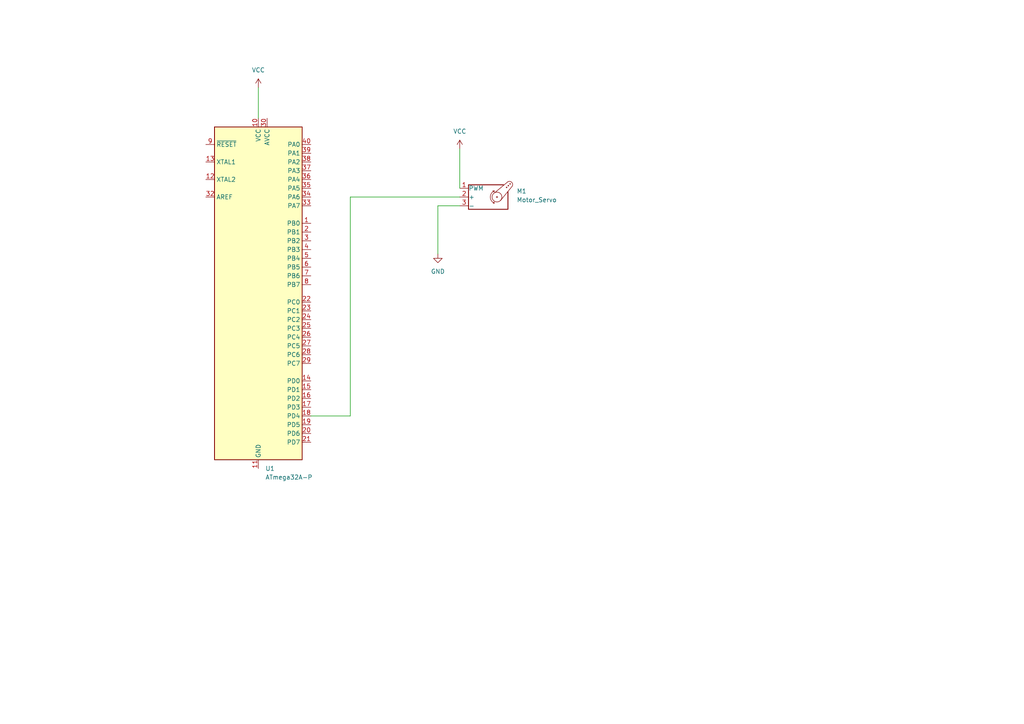
<source format=kicad_sch>
(kicad_sch (version 20211123) (generator eeschema)

  (uuid 27e823ef-7230-498d-a60e-d4fd981faae7)

  (paper "A4")

  (lib_symbols
    (symbol "MCU_Microchip_ATmega:ATmega32A-P" (in_bom yes) (on_board yes)
      (property "Reference" "U" (id 0) (at -12.7 49.53 0)
        (effects (font (size 1.27 1.27)) (justify left bottom))
      )
      (property "Value" "ATmega32A-P" (id 1) (at 2.54 -49.53 0)
        (effects (font (size 1.27 1.27)) (justify left top))
      )
      (property "Footprint" "Package_DIP:DIP-40_W15.24mm" (id 2) (at 0 0 0)
        (effects (font (size 1.27 1.27) italic) hide)
      )
      (property "Datasheet" "http://ww1.microchip.com/downloads/en/DeviceDoc/atmel-8155-8-bit-microcontroller-avr-atmega32a_datasheet.pdf" (id 3) (at 0 0 0)
        (effects (font (size 1.27 1.27)) hide)
      )
      (property "ki_keywords" "AVR 8bit Microcontroller MegaAVR" (id 4) (at 0 0 0)
        (effects (font (size 1.27 1.27)) hide)
      )
      (property "ki_description" "16MHz, 32kB Flash, 2kB SRAM, 1kB EEPROM, JTAG, DIP-40" (id 5) (at 0 0 0)
        (effects (font (size 1.27 1.27)) hide)
      )
      (property "ki_fp_filters" "DIP*W15.24mm*" (id 6) (at 0 0 0)
        (effects (font (size 1.27 1.27)) hide)
      )
      (symbol "ATmega32A-P_0_1"
        (rectangle (start -12.7 -48.26) (end 12.7 48.26)
          (stroke (width 0.254) (type default) (color 0 0 0 0))
          (fill (type background))
        )
      )
      (symbol "ATmega32A-P_1_1"
        (pin bidirectional line (at 15.24 20.32 180) (length 2.54)
          (name "PB0" (effects (font (size 1.27 1.27))))
          (number "1" (effects (font (size 1.27 1.27))))
        )
        (pin power_in line (at 0 50.8 270) (length 2.54)
          (name "VCC" (effects (font (size 1.27 1.27))))
          (number "10" (effects (font (size 1.27 1.27))))
        )
        (pin power_in line (at 0 -50.8 90) (length 2.54)
          (name "GND" (effects (font (size 1.27 1.27))))
          (number "11" (effects (font (size 1.27 1.27))))
        )
        (pin output line (at -15.24 33.02 0) (length 2.54)
          (name "XTAL2" (effects (font (size 1.27 1.27))))
          (number "12" (effects (font (size 1.27 1.27))))
        )
        (pin input line (at -15.24 38.1 0) (length 2.54)
          (name "XTAL1" (effects (font (size 1.27 1.27))))
          (number "13" (effects (font (size 1.27 1.27))))
        )
        (pin bidirectional line (at 15.24 -25.4 180) (length 2.54)
          (name "PD0" (effects (font (size 1.27 1.27))))
          (number "14" (effects (font (size 1.27 1.27))))
        )
        (pin bidirectional line (at 15.24 -27.94 180) (length 2.54)
          (name "PD1" (effects (font (size 1.27 1.27))))
          (number "15" (effects (font (size 1.27 1.27))))
        )
        (pin bidirectional line (at 15.24 -30.48 180) (length 2.54)
          (name "PD2" (effects (font (size 1.27 1.27))))
          (number "16" (effects (font (size 1.27 1.27))))
        )
        (pin bidirectional line (at 15.24 -33.02 180) (length 2.54)
          (name "PD3" (effects (font (size 1.27 1.27))))
          (number "17" (effects (font (size 1.27 1.27))))
        )
        (pin bidirectional line (at 15.24 -35.56 180) (length 2.54)
          (name "PD4" (effects (font (size 1.27 1.27))))
          (number "18" (effects (font (size 1.27 1.27))))
        )
        (pin bidirectional line (at 15.24 -38.1 180) (length 2.54)
          (name "PD5" (effects (font (size 1.27 1.27))))
          (number "19" (effects (font (size 1.27 1.27))))
        )
        (pin bidirectional line (at 15.24 17.78 180) (length 2.54)
          (name "PB1" (effects (font (size 1.27 1.27))))
          (number "2" (effects (font (size 1.27 1.27))))
        )
        (pin bidirectional line (at 15.24 -40.64 180) (length 2.54)
          (name "PD6" (effects (font (size 1.27 1.27))))
          (number "20" (effects (font (size 1.27 1.27))))
        )
        (pin bidirectional line (at 15.24 -43.18 180) (length 2.54)
          (name "PD7" (effects (font (size 1.27 1.27))))
          (number "21" (effects (font (size 1.27 1.27))))
        )
        (pin bidirectional line (at 15.24 -2.54 180) (length 2.54)
          (name "PC0" (effects (font (size 1.27 1.27))))
          (number "22" (effects (font (size 1.27 1.27))))
        )
        (pin bidirectional line (at 15.24 -5.08 180) (length 2.54)
          (name "PC1" (effects (font (size 1.27 1.27))))
          (number "23" (effects (font (size 1.27 1.27))))
        )
        (pin bidirectional line (at 15.24 -7.62 180) (length 2.54)
          (name "PC2" (effects (font (size 1.27 1.27))))
          (number "24" (effects (font (size 1.27 1.27))))
        )
        (pin bidirectional line (at 15.24 -10.16 180) (length 2.54)
          (name "PC3" (effects (font (size 1.27 1.27))))
          (number "25" (effects (font (size 1.27 1.27))))
        )
        (pin bidirectional line (at 15.24 -12.7 180) (length 2.54)
          (name "PC4" (effects (font (size 1.27 1.27))))
          (number "26" (effects (font (size 1.27 1.27))))
        )
        (pin bidirectional line (at 15.24 -15.24 180) (length 2.54)
          (name "PC5" (effects (font (size 1.27 1.27))))
          (number "27" (effects (font (size 1.27 1.27))))
        )
        (pin bidirectional line (at 15.24 -17.78 180) (length 2.54)
          (name "PC6" (effects (font (size 1.27 1.27))))
          (number "28" (effects (font (size 1.27 1.27))))
        )
        (pin bidirectional line (at 15.24 -20.32 180) (length 2.54)
          (name "PC7" (effects (font (size 1.27 1.27))))
          (number "29" (effects (font (size 1.27 1.27))))
        )
        (pin bidirectional line (at 15.24 15.24 180) (length 2.54)
          (name "PB2" (effects (font (size 1.27 1.27))))
          (number "3" (effects (font (size 1.27 1.27))))
        )
        (pin power_in line (at 2.54 50.8 270) (length 2.54)
          (name "AVCC" (effects (font (size 1.27 1.27))))
          (number "30" (effects (font (size 1.27 1.27))))
        )
        (pin passive line (at 0 -50.8 90) (length 2.54) hide
          (name "GND" (effects (font (size 1.27 1.27))))
          (number "31" (effects (font (size 1.27 1.27))))
        )
        (pin passive line (at -15.24 27.94 0) (length 2.54)
          (name "AREF" (effects (font (size 1.27 1.27))))
          (number "32" (effects (font (size 1.27 1.27))))
        )
        (pin bidirectional line (at 15.24 25.4 180) (length 2.54)
          (name "PA7" (effects (font (size 1.27 1.27))))
          (number "33" (effects (font (size 1.27 1.27))))
        )
        (pin bidirectional line (at 15.24 27.94 180) (length 2.54)
          (name "PA6" (effects (font (size 1.27 1.27))))
          (number "34" (effects (font (size 1.27 1.27))))
        )
        (pin bidirectional line (at 15.24 30.48 180) (length 2.54)
          (name "PA5" (effects (font (size 1.27 1.27))))
          (number "35" (effects (font (size 1.27 1.27))))
        )
        (pin bidirectional line (at 15.24 33.02 180) (length 2.54)
          (name "PA4" (effects (font (size 1.27 1.27))))
          (number "36" (effects (font (size 1.27 1.27))))
        )
        (pin bidirectional line (at 15.24 35.56 180) (length 2.54)
          (name "PA3" (effects (font (size 1.27 1.27))))
          (number "37" (effects (font (size 1.27 1.27))))
        )
        (pin bidirectional line (at 15.24 38.1 180) (length 2.54)
          (name "PA2" (effects (font (size 1.27 1.27))))
          (number "38" (effects (font (size 1.27 1.27))))
        )
        (pin bidirectional line (at 15.24 40.64 180) (length 2.54)
          (name "PA1" (effects (font (size 1.27 1.27))))
          (number "39" (effects (font (size 1.27 1.27))))
        )
        (pin bidirectional line (at 15.24 12.7 180) (length 2.54)
          (name "PB3" (effects (font (size 1.27 1.27))))
          (number "4" (effects (font (size 1.27 1.27))))
        )
        (pin bidirectional line (at 15.24 43.18 180) (length 2.54)
          (name "PA0" (effects (font (size 1.27 1.27))))
          (number "40" (effects (font (size 1.27 1.27))))
        )
        (pin bidirectional line (at 15.24 10.16 180) (length 2.54)
          (name "PB4" (effects (font (size 1.27 1.27))))
          (number "5" (effects (font (size 1.27 1.27))))
        )
        (pin bidirectional line (at 15.24 7.62 180) (length 2.54)
          (name "PB5" (effects (font (size 1.27 1.27))))
          (number "6" (effects (font (size 1.27 1.27))))
        )
        (pin bidirectional line (at 15.24 5.08 180) (length 2.54)
          (name "PB6" (effects (font (size 1.27 1.27))))
          (number "7" (effects (font (size 1.27 1.27))))
        )
        (pin bidirectional line (at 15.24 2.54 180) (length 2.54)
          (name "PB7" (effects (font (size 1.27 1.27))))
          (number "8" (effects (font (size 1.27 1.27))))
        )
        (pin input line (at -15.24 43.18 0) (length 2.54)
          (name "~{RESET}" (effects (font (size 1.27 1.27))))
          (number "9" (effects (font (size 1.27 1.27))))
        )
      )
    )
    (symbol "Motor:Motor_Servo" (pin_names (offset 0.0254)) (in_bom yes) (on_board yes)
      (property "Reference" "M" (id 0) (at -5.08 4.445 0)
        (effects (font (size 1.27 1.27)) (justify left))
      )
      (property "Value" "Motor_Servo" (id 1) (at -5.08 -4.064 0)
        (effects (font (size 1.27 1.27)) (justify left top))
      )
      (property "Footprint" "" (id 2) (at 0 -4.826 0)
        (effects (font (size 1.27 1.27)) hide)
      )
      (property "Datasheet" "http://forums.parallax.com/uploads/attachments/46831/74481.png" (id 3) (at 0 -4.826 0)
        (effects (font (size 1.27 1.27)) hide)
      )
      (property "ki_keywords" "Servo Motor" (id 4) (at 0 0 0)
        (effects (font (size 1.27 1.27)) hide)
      )
      (property "ki_description" "Servo Motor (Futaba, HiTec, JR connector)" (id 5) (at 0 0 0)
        (effects (font (size 1.27 1.27)) hide)
      )
      (property "ki_fp_filters" "PinHeader*P2.54mm*" (id 6) (at 0 0 0)
        (effects (font (size 1.27 1.27)) hide)
      )
      (symbol "Motor_Servo_0_1"
        (polyline
          (pts
            (xy 2.413 -1.778)
            (xy 2.032 -1.778)
          )
          (stroke (width 0) (type default) (color 0 0 0 0))
          (fill (type none))
        )
        (polyline
          (pts
            (xy 2.413 -1.778)
            (xy 2.286 -1.397)
          )
          (stroke (width 0) (type default) (color 0 0 0 0))
          (fill (type none))
        )
        (polyline
          (pts
            (xy 2.413 1.778)
            (xy 1.905 1.778)
          )
          (stroke (width 0) (type default) (color 0 0 0 0))
          (fill (type none))
        )
        (polyline
          (pts
            (xy 2.413 1.778)
            (xy 2.286 1.397)
          )
          (stroke (width 0) (type default) (color 0 0 0 0))
          (fill (type none))
        )
        (polyline
          (pts
            (xy 6.35 4.445)
            (xy 2.54 1.27)
          )
          (stroke (width 0) (type default) (color 0 0 0 0))
          (fill (type none))
        )
        (polyline
          (pts
            (xy 7.62 3.175)
            (xy 4.191 -1.016)
          )
          (stroke (width 0) (type default) (color 0 0 0 0))
          (fill (type none))
        )
        (polyline
          (pts
            (xy 5.08 3.556)
            (xy -5.08 3.556)
            (xy -5.08 -3.556)
            (xy 6.35 -3.556)
            (xy 6.35 1.524)
          )
          (stroke (width 0.254) (type default) (color 0 0 0 0))
          (fill (type none))
        )
        (arc (start 2.413 1.778) (mid 1.2406 0) (end 2.413 -1.778)
          (stroke (width 0) (type default) (color 0 0 0 0))
          (fill (type none))
        )
        (circle (center 3.175 0) (radius 0.1778)
          (stroke (width 0) (type default) (color 0 0 0 0))
          (fill (type none))
        )
        (circle (center 3.175 0) (radius 1.4224)
          (stroke (width 0) (type default) (color 0 0 0 0))
          (fill (type none))
        )
        (circle (center 5.969 2.794) (radius 0.127)
          (stroke (width 0) (type default) (color 0 0 0 0))
          (fill (type none))
        )
        (circle (center 6.477 3.302) (radius 0.127)
          (stroke (width 0) (type default) (color 0 0 0 0))
          (fill (type none))
        )
        (circle (center 6.985 3.81) (radius 0.127)
          (stroke (width 0) (type default) (color 0 0 0 0))
          (fill (type none))
        )
        (arc (start 7.62 3.175) (mid 7.4485 4.2735) (end 6.35 4.445)
          (stroke (width 0) (type default) (color 0 0 0 0))
          (fill (type none))
        )
      )
      (symbol "Motor_Servo_1_1"
        (pin passive line (at -7.62 2.54 0) (length 2.54)
          (name "PWM" (effects (font (size 1.27 1.27))))
          (number "1" (effects (font (size 1.27 1.27))))
        )
        (pin passive line (at -7.62 0 0) (length 2.54)
          (name "+" (effects (font (size 1.27 1.27))))
          (number "2" (effects (font (size 1.27 1.27))))
        )
        (pin passive line (at -7.62 -2.54 0) (length 2.54)
          (name "-" (effects (font (size 1.27 1.27))))
          (number "3" (effects (font (size 1.27 1.27))))
        )
      )
    )
    (symbol "power:GND" (power) (pin_names (offset 0)) (in_bom yes) (on_board yes)
      (property "Reference" "#PWR" (id 0) (at 0 -6.35 0)
        (effects (font (size 1.27 1.27)) hide)
      )
      (property "Value" "GND" (id 1) (at 0 -3.81 0)
        (effects (font (size 1.27 1.27)))
      )
      (property "Footprint" "" (id 2) (at 0 0 0)
        (effects (font (size 1.27 1.27)) hide)
      )
      (property "Datasheet" "" (id 3) (at 0 0 0)
        (effects (font (size 1.27 1.27)) hide)
      )
      (property "ki_keywords" "power-flag" (id 4) (at 0 0 0)
        (effects (font (size 1.27 1.27)) hide)
      )
      (property "ki_description" "Power symbol creates a global label with name \"GND\" , ground" (id 5) (at 0 0 0)
        (effects (font (size 1.27 1.27)) hide)
      )
      (symbol "GND_0_1"
        (polyline
          (pts
            (xy 0 0)
            (xy 0 -1.27)
            (xy 1.27 -1.27)
            (xy 0 -2.54)
            (xy -1.27 -1.27)
            (xy 0 -1.27)
          )
          (stroke (width 0) (type default) (color 0 0 0 0))
          (fill (type none))
        )
      )
      (symbol "GND_1_1"
        (pin power_in line (at 0 0 270) (length 0) hide
          (name "GND" (effects (font (size 1.27 1.27))))
          (number "1" (effects (font (size 1.27 1.27))))
        )
      )
    )
    (symbol "power:VCC" (power) (pin_names (offset 0)) (in_bom yes) (on_board yes)
      (property "Reference" "#PWR" (id 0) (at 0 -3.81 0)
        (effects (font (size 1.27 1.27)) hide)
      )
      (property "Value" "VCC" (id 1) (at 0 3.81 0)
        (effects (font (size 1.27 1.27)))
      )
      (property "Footprint" "" (id 2) (at 0 0 0)
        (effects (font (size 1.27 1.27)) hide)
      )
      (property "Datasheet" "" (id 3) (at 0 0 0)
        (effects (font (size 1.27 1.27)) hide)
      )
      (property "ki_keywords" "power-flag" (id 4) (at 0 0 0)
        (effects (font (size 1.27 1.27)) hide)
      )
      (property "ki_description" "Power symbol creates a global label with name \"VCC\"" (id 5) (at 0 0 0)
        (effects (font (size 1.27 1.27)) hide)
      )
      (symbol "VCC_0_1"
        (polyline
          (pts
            (xy -0.762 1.27)
            (xy 0 2.54)
          )
          (stroke (width 0) (type default) (color 0 0 0 0))
          (fill (type none))
        )
        (polyline
          (pts
            (xy 0 0)
            (xy 0 2.54)
          )
          (stroke (width 0) (type default) (color 0 0 0 0))
          (fill (type none))
        )
        (polyline
          (pts
            (xy 0 2.54)
            (xy 0.762 1.27)
          )
          (stroke (width 0) (type default) (color 0 0 0 0))
          (fill (type none))
        )
      )
      (symbol "VCC_1_1"
        (pin power_in line (at 0 0 90) (length 0) hide
          (name "VCC" (effects (font (size 1.27 1.27))))
          (number "1" (effects (font (size 1.27 1.27))))
        )
      )
    )
  )


  (wire (pts (xy 127 59.69) (xy 127 73.66))
    (stroke (width 0) (type default) (color 0 0 0 0))
    (uuid 062ab71d-004e-481f-9c9f-16a05381849c)
  )
  (wire (pts (xy 101.6 120.65) (xy 90.17 120.65))
    (stroke (width 0) (type default) (color 0 0 0 0))
    (uuid 6a55574b-a69c-42e0-85f8-9ccfbede2bc7)
  )
  (wire (pts (xy 133.35 43.18) (xy 133.35 54.61))
    (stroke (width 0) (type default) (color 0 0 0 0))
    (uuid b5f30b95-1d9b-4c39-b7e1-5bcf0427684a)
  )
  (wire (pts (xy 133.35 59.69) (xy 127 59.69))
    (stroke (width 0) (type default) (color 0 0 0 0))
    (uuid eccc8069-5eda-45a1-af75-de2542f12345)
  )
  (wire (pts (xy 74.93 25.4) (xy 74.93 34.29))
    (stroke (width 0) (type default) (color 0 0 0 0))
    (uuid f09fec60-f369-4b51-96e6-8427708b0639)
  )
  (wire (pts (xy 101.6 57.15) (xy 101.6 120.65))
    (stroke (width 0) (type default) (color 0 0 0 0))
    (uuid fbeea294-0d07-497f-8fc0-733a8eb50594)
  )
  (wire (pts (xy 133.35 57.15) (xy 101.6 57.15))
    (stroke (width 0) (type default) (color 0 0 0 0))
    (uuid fee51e53-5029-4969-986b-d480a76bf84e)
  )

  (symbol (lib_id "MCU_Microchip_ATmega:ATmega32A-P") (at 74.93 85.09 0) (unit 1)
    (in_bom yes) (on_board yes) (fields_autoplaced)
    (uuid 1a795782-1056-4fdb-afc4-97674b15886b)
    (property "Reference" "U1" (id 0) (at 76.9494 135.89 0)
      (effects (font (size 1.27 1.27)) (justify left))
    )
    (property "Value" "ATmega32A-P" (id 1) (at 76.9494 138.43 0)
      (effects (font (size 1.27 1.27)) (justify left))
    )
    (property "Footprint" "Package_DIP:DIP-40_W15.24mm" (id 2) (at 74.93 85.09 0)
      (effects (font (size 1.27 1.27) italic) hide)
    )
    (property "Datasheet" "http://ww1.microchip.com/downloads/en/DeviceDoc/atmel-8155-8-bit-microcontroller-avr-atmega32a_datasheet.pdf" (id 3) (at 74.93 85.09 0)
      (effects (font (size 1.27 1.27)) hide)
    )
    (pin "1" (uuid 5238e69a-cdc8-41a4-adbb-848f421d6685))
    (pin "10" (uuid 1226d89e-ad94-4af6-996f-4836e14e7d5b))
    (pin "11" (uuid 9ec04787-5aa7-4900-a47d-4a3fa5439581))
    (pin "12" (uuid 627f82ca-0033-43fd-bc20-712cb251f445))
    (pin "13" (uuid 88a207c6-f8ba-49e4-9d14-f5cb4ed021fc))
    (pin "14" (uuid db9c53c5-2d3c-4661-99f1-2eb9fdf5838e))
    (pin "15" (uuid e181bb27-151d-42da-b955-53895da9077c))
    (pin "16" (uuid cb9746b4-1c48-4e12-b528-c113fc773074))
    (pin "17" (uuid b4b320b8-fb51-4f84-8878-337f725d5112))
    (pin "18" (uuid 2acd583b-86ff-448d-8f8a-6b3ad4f643bd))
    (pin "19" (uuid e3df83e4-378b-47c6-9a52-9776e2233d07))
    (pin "2" (uuid eec1dc60-21ff-42bf-9e04-49591be0161b))
    (pin "20" (uuid a92c175f-62b6-4607-89e8-d1e8756c9bc4))
    (pin "21" (uuid a3911e30-69d5-4599-8bca-1edec6e0656a))
    (pin "22" (uuid b29b1c63-b671-43c2-83ab-e142c6080886))
    (pin "23" (uuid 3e5f9194-f359-4c7a-9ea5-a4ab5c0ba440))
    (pin "24" (uuid 6fd17075-a710-43de-8520-90b070dda6de))
    (pin "25" (uuid ae206251-194b-403c-90c9-c8634310dc21))
    (pin "26" (uuid 1d985a68-672c-42eb-a2af-7259b9f04a25))
    (pin "27" (uuid be946aef-c4af-4d6a-983d-8af85f0fc6cf))
    (pin "28" (uuid bed5efbb-9c36-4202-affd-c08503d13c55))
    (pin "29" (uuid ba7e5a07-f47b-4721-8d14-5179ff41bc24))
    (pin "3" (uuid 9c2d39b0-5853-406f-b232-94525dba69a7))
    (pin "30" (uuid d45dea00-5fbe-411b-bd76-8b9e2f6052f1))
    (pin "31" (uuid 30f8c1c9-2d40-40f8-8a83-94f1938a768a))
    (pin "32" (uuid f48d6ef0-3539-4f2c-8556-07bdb9e2a455))
    (pin "33" (uuid ca093f15-8c1e-425f-af57-071b3b005306))
    (pin "34" (uuid 0ffc82d5-8789-4af8-a9af-88d4b3b10c0b))
    (pin "35" (uuid 4cd3b331-36f4-4dab-9584-e6585327df18))
    (pin "36" (uuid 5563ec08-988a-4642-8443-9e1e61015e6a))
    (pin "37" (uuid dcbfd980-ee4b-4ac6-9558-b039e5f986f3))
    (pin "38" (uuid d92b2413-8f70-4d59-8422-aabf94b4899b))
    (pin "39" (uuid 12e6a632-9adf-4fa1-8f1d-3c74ccd9f566))
    (pin "4" (uuid 843a01c2-afaa-4b9d-b333-55ff90b55dce))
    (pin "40" (uuid 1e70a32f-f646-4461-bb77-26e4eda8f259))
    (pin "5" (uuid 2596d956-b95a-49cd-8e4f-5b1936222470))
    (pin "6" (uuid 6a2fc3e9-10c4-4ef8-a079-d076e51b500d))
    (pin "7" (uuid 2a307173-4835-4ebb-9646-22eca85a486c))
    (pin "8" (uuid b73a67e4-e22d-4c66-b237-e0ce095d430a))
    (pin "9" (uuid d9458e58-ce17-4477-9ce2-65d3b068450b))
  )

  (symbol (lib_id "power:VCC") (at 133.35 43.18 0) (unit 1)
    (in_bom yes) (on_board yes) (fields_autoplaced)
    (uuid 5978342e-1cd3-496f-87c0-187d0eead389)
    (property "Reference" "#PWR0103" (id 0) (at 133.35 46.99 0)
      (effects (font (size 1.27 1.27)) hide)
    )
    (property "Value" "VCC" (id 1) (at 133.35 38.1 0))
    (property "Footprint" "" (id 2) (at 133.35 43.18 0)
      (effects (font (size 1.27 1.27)) hide)
    )
    (property "Datasheet" "" (id 3) (at 133.35 43.18 0)
      (effects (font (size 1.27 1.27)) hide)
    )
    (pin "1" (uuid a0b105be-bcd4-44f5-9159-2ba8aaf2156e))
  )

  (symbol (lib_id "Motor:Motor_Servo") (at 140.97 57.15 0) (unit 1)
    (in_bom yes) (on_board yes) (fields_autoplaced)
    (uuid 5d0bef4c-1b99-44ef-9e04-39bd256c411f)
    (property "Reference" "M1" (id 0) (at 149.86 55.4465 0)
      (effects (font (size 1.27 1.27)) (justify left))
    )
    (property "Value" "Motor_Servo" (id 1) (at 149.86 57.9865 0)
      (effects (font (size 1.27 1.27)) (justify left))
    )
    (property "Footprint" "" (id 2) (at 140.97 61.976 0)
      (effects (font (size 1.27 1.27)) hide)
    )
    (property "Datasheet" "http://forums.parallax.com/uploads/attachments/46831/74481.png" (id 3) (at 140.97 61.976 0)
      (effects (font (size 1.27 1.27)) hide)
    )
    (pin "1" (uuid 17e100d3-8b90-4ed4-a3b2-7a3039aedcc8))
    (pin "2" (uuid 6cb68540-fe53-494d-b22b-657ed6a474f4))
    (pin "3" (uuid fcdcfcd7-56b1-4cc7-b634-7cfacf0578f1))
  )

  (symbol (lib_id "power:GND") (at 127 73.66 0) (unit 1)
    (in_bom yes) (on_board yes) (fields_autoplaced)
    (uuid a21a4a4d-46fa-4672-a7df-7907cb275b2d)
    (property "Reference" "#PWR0102" (id 0) (at 127 80.01 0)
      (effects (font (size 1.27 1.27)) hide)
    )
    (property "Value" "GND" (id 1) (at 127 78.74 0))
    (property "Footprint" "" (id 2) (at 127 73.66 0)
      (effects (font (size 1.27 1.27)) hide)
    )
    (property "Datasheet" "" (id 3) (at 127 73.66 0)
      (effects (font (size 1.27 1.27)) hide)
    )
    (pin "1" (uuid 39bf4002-7e8e-4eff-bb46-7d70a6c03fb4))
  )

  (symbol (lib_id "power:VCC") (at 74.93 25.4 0) (unit 1)
    (in_bom yes) (on_board yes) (fields_autoplaced)
    (uuid e3df6f00-813c-4847-8756-bf4ca0890724)
    (property "Reference" "#PWR0101" (id 0) (at 74.93 29.21 0)
      (effects (font (size 1.27 1.27)) hide)
    )
    (property "Value" "VCC" (id 1) (at 74.93 20.32 0))
    (property "Footprint" "" (id 2) (at 74.93 25.4 0)
      (effects (font (size 1.27 1.27)) hide)
    )
    (property "Datasheet" "" (id 3) (at 74.93 25.4 0)
      (effects (font (size 1.27 1.27)) hide)
    )
    (pin "1" (uuid 64daa5ce-3bb0-4cdb-ba49-76e40d795ddf))
  )

  (sheet_instances
    (path "/" (page "1"))
  )

  (symbol_instances
    (path "/e3df6f00-813c-4847-8756-bf4ca0890724"
      (reference "#PWR0101") (unit 1) (value "VCC") (footprint "")
    )
    (path "/a21a4a4d-46fa-4672-a7df-7907cb275b2d"
      (reference "#PWR0102") (unit 1) (value "GND") (footprint "")
    )
    (path "/5978342e-1cd3-496f-87c0-187d0eead389"
      (reference "#PWR0103") (unit 1) (value "VCC") (footprint "")
    )
    (path "/5d0bef4c-1b99-44ef-9e04-39bd256c411f"
      (reference "M1") (unit 1) (value "Motor_Servo") (footprint "")
    )
    (path "/1a795782-1056-4fdb-afc4-97674b15886b"
      (reference "U1") (unit 1) (value "ATmega32A-P") (footprint "Package_DIP:DIP-40_W15.24mm")
    )
  )
)

</source>
